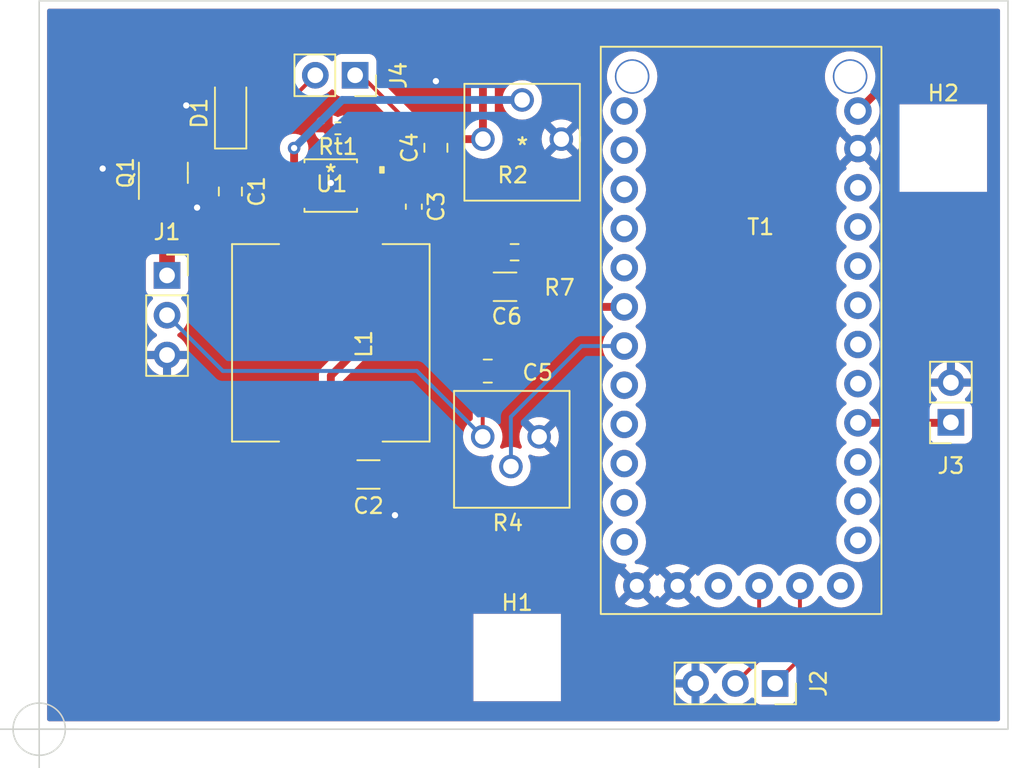
<source format=kicad_pcb>
(kicad_pcb (version 20211014) (generator pcbnew)
  (layers (0 "F.Cu" signal) (31 "B.Cu" power) (34 "B.Paste" user) (35 "F.Paste" user) (36 "B.SilkS" user "B.Silkscreen") (37 "F.SilkS" user "F.Silkscreen") (38 "B.Mask" user) (39 "F.Mask" user) (44 "Edge.Cuts" user))
  (net 0 "")
  (net 1 "PG")
  (net 2 "Vin")
  (net 3 "GND")
  (net 4 "Aref")
  (net 5 "5.5V")
  (net 6 "RT")
  (net 7 "FB")
  (net 8 "Vacc")
  (net 9 "Vsense")
  (net 10 "+12V")
  (net 11 "SW")
  (net 12 "EN")
  (net 13 "Boost")
  (net 14 "UART_TX")
  (net 15 "UART_RX")
  (net 16 "RELAY")
  (footprint "Connector_PinSocket_2.54mm:PinSocket_1x03_P2.54mm_Vertical" (layer "F.Cu") (at 215.335 111.635 -90)
    (fp_text reference "J2" (at 0 -2.77 90) (layer "F.SilkS"))
    (fp_text value "serial")
    (fp_line (start 0 -1.33) (end 1.33 -1.33) (layer "F.SilkS") (width 0.12))
    (fp_line (start -1.33 1.27) (end -1.33 6.41) (layer "F.SilkS") (width 0.12))
    (fp_line (start -1.33 1.27) (end 1.33 1.27) (layer "F.SilkS") (width 0.12))
    (fp_line (start 1.33 -1.33) (end 1.33 0) (layer "F.SilkS") (width 0.12))
    (fp_line (start -1.33 6.41) (end 1.33 6.41) (layer "F.SilkS") (width 0.12))
    (fp_line (start 1.33 1.27) (end 1.33 6.41) (layer "F.SilkS") (width 0.12))
    (pad "1" thru_hole rect (at 0 0 270) (size 1.7 1.7) (drill 1) (layers *.Cu *.Mask) (net 14 "UART_TX"))
    (pad "2" thru_hole oval (at 0 2.54 270) (size 1.7 1.7) (drill 1) (layers *.Cu *.Mask) (net 15 "UART_RX"))
    (pad "3" thru_hole oval (at 0 5.08 270) (size 1.7 1.7) (drill 1) (layers *.Cu *.Mask) (net 3 "GND"))
  )
  (footprint "Diode_SMD:D_SOD-123" (layer "F.Cu") (at 180.61 75.25 90)
    (fp_text reference "D1" (at 0 -2 90) (layer "F.SilkS"))
    (fp_text value "25VBrkDwn" hide)
    (fp_line (start -2.25 1) (end 1.65 1) (layer "F.SilkS") (width 0.12))
    (fp_line (start -2.25 -1) (end 1.65 -1) (layer "F.SilkS") (width 0.12))
    (fp_line (start -2.25 -1) (end -2.25 1) (layer "F.SilkS") (width 0.12))
    (pad "1" smd rect (at -1.65 0 90) (size 0.9 1.2) (layers "F.Cu" "F.Paste" "F.Mask") (net 2 "Vin"))
    (pad "2" smd rect (at 1.65 0 90) (size 0.9 1.2) (layers "F.Cu" "F.Paste" "F.Mask") (net 3 "GND"))
  )
  (footprint "Resistor_SMD:R_0402_1005Metric_Pad0.72x0.64mm_HandSolder" (layer "F.Cu") (at 187.452 76.2125 180)
    (fp_text reference "Rt1" (at 0 -1.17) (layer "F.SilkS"))
    (fp_text value "226k")
    (fp_line (start -0.167621 -0.38) (end 0.167621 -0.38) (layer "F.SilkS") (width 0.12))
    (fp_line (start -0.167621 0.38) (end 0.167621 0.38) (layer "F.SilkS") (width 0.12))
    (pad "1" smd roundrect (at -0.5975 0 180) (size 0.715 0.64) (layers "F.Cu" "F.Paste" "F.Mask") (net 6 "RT"))
    (pad "2" smd roundrect (at 0.5975 0 180) (size 0.715 0.64) (layers "F.Cu" "F.Paste" "F.Mask") (net 3 "GND"))
  )
  (footprint "MountingHole:MountingHole_2.5mm" (layer "F.Cu") (at 198.882 109.982)
    (fp_text reference "H1" (at 0 -3.5) (layer "F.SilkS"))
    (fp_text value "MountingHole")
    (pad "" np_thru_hole circle (at 0 0) (size 2.5 2.5) (drill 2.5) (layers *.Cu *.Mask))
  )
  (footprint "Package_TO_SOT_SMD:SOT-23" (layer "F.Cu") (at 176.32 79.05 90)
    (fp_text reference "Q1" (at 0 -2.4 90) (layer "F.SilkS"))
    (fp_text value "AO3401A")
    (fp_line (start 0 -1.56) (end -1.675 -1.56) (layer "F.SilkS") (width 0.12))
    (fp_line (start 0 1.56) (end 0.65 1.56) (layer "F.SilkS") (width 0.12))
    (fp_line (start 0 1.56) (end -0.65 1.56) (layer "F.SilkS") (width 0.12))
    (fp_line (start 0 -1.56) (end 0.65 -1.56) (layer "F.SilkS") (width 0.12))
    (pad "1" smd roundrect (at -0.9375 -0.95 90) (size 1.475 0.6) (layers "F.Cu" "F.Paste" "F.Mask") (net 3 "GND"))
    (pad "2" smd roundrect (at -0.9375 0.95 90) (size 1.475 0.6) (layers "F.Cu" "F.Paste" "F.Mask") (net 10 "+12V"))
    (pad "3" smd roundrect (at 0.9375 0 90) (size 1.475 0.6) (layers "F.Cu" "F.Paste" "F.Mask") (net 2 "Vin"))
  )
  (footprint "Arduino:TrinketPro5V" (layer "F.Cu") (at 204.215 71.005)
    (fp_text reference "T1" (at 10.2 11.5) (layer "F.SilkS"))
    (fp_text value "TrinketPro_5V")
    (fp_rect (start 0 0) (end 17.9 36.2) (layer "F.SilkS") (width 0.12) (fill none))
    (pad "" np_thru_hole circle (at 2 1.9) (size 2.2 2.2) (drill 2) (layers F&B.Cu *.Mask))
    (pad "" np_thru_hole circle (at 15.9 1.9) (size 2.2 2.2) (drill 2) (layers F&B.Cu *.Mask))
    (pad "0" thru_hole circle (at 16.4 31.5) (size 1.75 1.75) (drill 1) (layers *.Cu *.Mask))
    (pad "1" thru_hole circle (at 16.4 29) (size 1.75 1.75) (drill 1) (layers *.Cu *.Mask) (net 15 "UART_RX"))
    (pad "1" thru_hole circle (at 10.1 34.4) (size 1.75 1.75) (drill 0.9) (layers *.Cu *.Mask) (net 15 "UART_RX"))
    (pad "2" thru_hole circle (at 12.7 34.4) (size 1.75 1.75) (drill 0.9) (layers *.Cu *.Mask) (net 14 "UART_TX"))
    (pad "2" thru_hole circle (at 16.4 26.5) (size 1.75 1.75) (drill 1) (layers *.Cu *.Mask) (net 14 "UART_TX"))
    (pad "3" thru_hole circle (at 16.4 24) (size 1.75 1.75) (drill 1) (layers *.Cu *.Mask) (net 16 "RELAY"))
    (pad "4" thru_hole circle (at 16.4 21.5) (size 1.75 1.75) (drill 1) (layers *.Cu *.Mask))
    (pad "5" thru_hole circle (at 16.4 19) (size 1.75 1.75) (drill 1) (layers *.Cu *.Mask))
    (pad "6" thru_hole circle (at 16.4 16.5) (size 1.75 1.75) (drill 1) (layers *.Cu *.Mask))
    (pad "8" thru_hole circle (at 16.4 14) (size 1.75 1.75) (drill 1) (layers *.Cu *.Mask))
    (pad "9" thru_hole circle (at 16.4 11.5) (size 1.75 1.75) (drill 1) (layers *.Cu *.Mask))
    (pad "10" thru_hole circle (at 7.5 34.4) (size 1.75 1.75) (drill 0.9) (layers *.Cu *.Mask))
    (pad "10" thru_hole circle (at 16.4 9) (size 1.75 1.75) (drill 1) (layers *.Cu *.Mask))
    (pad "11" thru_hole circle (at 2.3 34.4) (size 1.75 1.75) (drill 0.9) (layers *.Cu *.Mask) (net 3 "GND"))
    (pad "11" thru_hole circle (at 4.9 34.4) (size 1.75 1.75) (drill 0.9) (layers *.Cu *.Mask) (net 3 "GND"))
    (pad "11" thru_hole circle (at 16.4 6.5) (size 1.75 1.75) (drill 1) (layers *.Cu *.Mask) (net 3 "GND"))
    (pad "12" thru_hole circle (at 16.4 4.1) (size 1.75 1.75) (drill 1) (layers *.Cu *.Mask) (net 5 "5.5V"))
    (pad "13" thru_hole circle (at 1.5 4.1) (size 1.75 1.75) (drill 1) (layers *.Cu *.Mask))
    (pad "14" thru_hole circle (at 1.5 6.6) (size 1.75 1.75) (drill 1) (layers *.Cu *.Mask))
    (pad "15" thru_hole circle (at 1.5 9.1) (size 1.75 1.75) (drill 1) (layers *.Cu *.Mask))
    (pad "16" thru_hole circle (at 1.5 11.6) (size 1.75 1.75) (drill 1) (layers *.Cu *.Mask))
    (pad "17" thru_hole circle (at 1.5 14.1) (size 1.75 1.75) (drill 1) (layers *.Cu *.Mask))
    (pad "18" thru_hole circle (at 1.5 16.6) (size 1.75 1.75) (drill 1) (layers *.Cu *.Mask) (net 4 "Aref"))
    (pad "19" thru_hole circle (at 1.5 19.1) (size 1.75 1.75) (drill 1) (layers *.Cu *.Mask) (net 9 "Vsense"))
    (pad "20" thru_hole circle (at 1.5 21.6) (size 1.75 1.75) (drill 1) (layers *.Cu *.Mask))
    (pad "21" thru_hole circle (at 1.5 24.1) (size 1.75 1.75) (drill 1) (layers *.Cu *.Mask))
    (pad "22" thru_hole circle (at 1.5 26.6) (size 1.75 1.75) (drill 1) (layers *.Cu *.Mask))
    (pad "23" thru_hole circle (at 1.5 29.1) (size 1.75 1.75) (drill 1) (layers *.Cu *.Mask))
    (pad "24" thru_hole circle (at 1.5 31.6) (size 1.75 1.75) (drill 1) (layers *.Cu *.Mask))
    (pad "25" thru_hole circle (at 15.3 34.4) (size 1.75 1.75) (drill 0.9) (layers *.Cu *.Mask))
  )
  (footprint "Custom:C_0.64x0.4_Handsolder" (layer "F.Cu") (at 198.27 89.28 180)
    (fp_text reference "C6" (at 0.05 1.06 unlocked) (layer "F.SilkS"))
    (fp_text value "100n" hide)
    (pad "1" smd roundrect (at -1.3 0 180) (size 2.043 0.531) (layers "F.Cu" "F.Paste" "F.Mask") (net 4 "Aref"))
    (pad "2" smd roundrect (at 1.4 0 180) (size 2.243 0.5) (layers "F.Cu" "F.Paste" "F.Mask") (net 3 "GND"))
  )
  (footprint "Connector_PinSocket_2.54mm:PinSocket_1x02_P2.54mm_Vertical" (layer "F.Cu") (at 188.55 72.825 -90)
    (fp_text reference "J4" (at 0 -2.77 90) (layer "F.SilkS"))
    (fp_text value "FET_CTRL")
    (fp_line (start -1.33 3.87) (end 1.33 3.87) (layer "F.SilkS") (width 0.12))
    (fp_line (start 0 -1.33) (end 1.33 -1.33) (layer "F.SilkS") (width 0.12))
    (fp_line (start -1.33 1.27) (end 1.33 1.27) (layer "F.SilkS") (width 0.12))
    (fp_line (start 1.33 -1.33) (end 1.33 0) (layer "F.SilkS") (width 0.12))
    (fp_line (start -1.33 1.27) (end -1.33 3.87) (layer "F.SilkS") (width 0.12))
    (fp_line (start 1.33 1.27) (end 1.33 3.87) (layer "F.SilkS") (width 0.12))
    (pad "1" thru_hole rect (at 0 0 270) (size 1.7 1.7) (drill 1) (layers *.Cu *.Mask) (net 1 "PG"))
    (pad "2" thru_hole oval (at 0 2.54 270) (size 1.7 1.7) (drill 1) (layers *.Cu *.Mask) (net 12 "EN"))
  )
  (footprint "Resistor_SMD:R_1206_3216Metric_Pad1.30x1.75mm_HandSolder" (layer "F.Cu") (at 198.11 86.322)
    (fp_text reference "R7" (at 3.47 0.048) (layer "F.SilkS"))
    (fp_text value "100K" hide)
    (fp_line (start -0.727064 -0.91) (end 0.727064 -0.91) (layer "F.SilkS") (width 0.12))
    (fp_line (start -0.727064 0.91) (end 0.727064 0.91) (layer "F.SilkS") (width 0.12))
    (pad "1" smd roundrect (at -1.55 0) (size 1.3 1.75) (layers "F.Cu" "F.Paste" "F.Mask") (roundrect_rratio 0.1923076923) (net 3 "GND"))
    (pad "2" smd roundrect (at 1.55 0) (size 1.3 1.75) (layers "F.Cu" "F.Paste" "F.Mask") (roundrect_rratio 0.1923076923) (net 4 "Aref"))
  )
  (footprint "Capacitor_SMD:C_0603_1608Metric_Pad1.08x0.95mm_HandSolder" (layer "F.Cu") (at 192.294 81.2125 -90)
    (fp_text reference "C3" (at 0 -1.43 90) (layer "F.SilkS"))
    (fp_text value ".22u")
    (fp_line (start -0.146267 0.51) (end 0.146267 0.51) (layer "F.SilkS") (width 0.12))
    (fp_line (start -0.146267 -0.51) (end 0.146267 -0.51) (layer "F.SilkS") (width 0.12))
    (pad "1" smd roundrect (at -0.8625 0 270) (size 1.075 0.95) (layers "F.Cu" "F.Paste" "F.Mask") (net 13 "Boost"))
    (pad "2" smd roundrect (at 0.8625 0 270) (size 1.075 0.95) (layers "F.Cu" "F.Paste" "F.Mask") (net 11 "SW"))
  )
  (footprint "Capacitor_SMD:C_0805_2012Metric_Pad1.18x1.45mm_HandSolder" (layer "F.Cu") (at 193.7 77.4525 90)
    (fp_text reference "C4" (at 0 -1.68 90) (layer "F.SilkS"))
    (fp_text value "22p" hide)
    (fp_line (start -0.261252 0.735) (end 0.261252 0.735) (layer "F.SilkS") (width 0.12))
    (fp_line (start -0.261252 -0.735) (end 0.261252 -0.735) (layer "F.SilkS") (width 0.12))
    (pad "1" smd roundrect (at -1.0375 0 90) (size 1.175 1.45) (layers "F.Cu" "F.Paste" "F.Mask") (roundrect_rratio 0.2127659574) (net 5 "5.5V"))
    (pad "2" smd roundrect (at 1.0375 0 90) (size 1.175 1.45) (layers "F.Cu" "F.Paste" "F.Mask") (roundrect_rratio 0.2127659574) (net 3 "GND"))
  )
  (footprint "Connector_PinSocket_2.54mm:PinSocket_1x02_P2.54mm_Vertical" (layer "F.Cu") (at 226.543 94.976 180)
    (fp_text reference "J3" (at 0 -2.77) (layer "F.SilkS"))
    (fp_text value "FET_CTRL")
    (fp_line (start -1.33 1.27) (end 1.33 1.27) (layer "F.SilkS") (width 0.12))
    (fp_line (start 1.33 -1.33) (end 1.33 0) (layer "F.SilkS") (width 0.12))
    (fp_line (start 0 -1.33) (end 1.33 -1.33) (layer "F.SilkS") (width 0.12))
    (fp_line (start -1.33 1.27) (end -1.33 3.87) (layer "F.SilkS") (width 0.12))
    (fp_line (start -1.33 3.87) (end 1.33 3.87) (layer "F.SilkS") (width 0.12))
    (fp_line (start 1.33 1.27) (end 1.33 3.87) (layer "F.SilkS") (width 0.12))
    (pad "1" thru_hole rect (at 0 0 180) (size 1.7 1.7) (drill 1) (layers *.Cu *.Mask) (net 16 "RELAY"))
    (pad "2" thru_hole oval (at 0 2.54 180) (size 1.7 1.7) (drill 1) (layers *.Cu *.Mask) (net 3 "GND"))
  )
  (footprint "Imported:LT3970HMS-TRPBF" (layer "F.Cu") (at 186.994 79.8625)
    (fp_text reference "U1" (at 0.06 -0.1) (layer "F.SilkS"))
    (fp_text value "LT3970HMS-TRPBF" hide)
    (fp_text user "*" (at 0 -0.8) (layer "F.SilkS"))
    (fp_line (start 1.6764 -1.4732) (end 1.6764 -1.6764) (layer "F.SilkS") (width 0.12))
    (fp_line (start -1.6764 1.4732) (end -1.6764 1.6764) (layer "F.SilkS") (width 0.12))
    (fp_line (start 1.6764 1.6764) (end 1.6764 1.4732) (layer "F.SilkS") (width 0.12))
    (fp_line (start -1.6764 -1.6764) (end -1.6764 -1.4732) (layer "F.SilkS") (width 0.12))
    (fp_line (start -1.6764 1.6764) (end 1.6764 1.6764) (layer "F.SilkS") (width 0.12))
    (fp_line (start 1.6764 -1.6764) (end -1.6764 -1.6764) (layer "F.SilkS") (width 0.12))
    (fp_poly (pts (xy 3.3909 -1.19126) (xy 3.3909 -0.81026) (xy 3.1369 -0.81026) (xy 3.1369 -1.19126)) (layer "F.SilkS") (width 0.1) (fill solid))
    (pad "1" smd rect (at -2.21615 -1.00076) (size 1.3335 0.2794) (layers "F.Cu" "F.Paste" "F.Mask") (net 7 "FB"))
    (pad "2" smd rect (at -2.21615 -0.50038) (size 1.3335 0.2794) (layers "F.Cu" "F.Paste" "F.Mask") (net 12 "EN"))
    (pad "3" smd rect (at -2.21615 0) (size 1.3335 0.2794) (layers "F.Cu" "F.Paste" "F.Mask") (net 2 "Vin"))
    (pad "4" smd rect (at -2.21615 0.50038) (size 1.3335 0.2794) (layers "F.Cu" "F.Paste" "F.Mask") (net 3 "GND"))
    (pad "5" smd rect (at -2.21615 1.00076) (size 1.3335 0.2794) (layers "F.Cu" "F.Paste" "F.Mask") (net 3 "GND"))
    (pad "6" smd rect (at 2.21615 1.00076) (size 1.3335 0.2794) (layers "F.Cu" "F.Paste" "F.Mask") (net 11 "SW"))
    (pad "7" smd rect (at 2.21615 0.50038) (size 1.3335 0.2794) (layers "F.Cu" "F.Paste" "F.Mask") (net 13 "Boost"))
    (pad "8" smd rect (at 2.21615 0) (size 1.3335 0.2794) (layers "F.Cu" "F.Paste" "F.Mask") (net 5 "5.5V"))
    (pad "9" smd rect (at 2.21615 -0.50038) (size 1.3335 0.2794) (layers "F.Cu" "F.Paste" "F.Mask") (net 1 "PG"))
    (pad "10" smd rect (at 2.21615 -1.00076) (size 1.3335 0.2794) (layers "F.Cu" "F.Paste" "F.Mask") (net 6 "RT"))
  )
  (footprint "Connector_PinSocket_2.54mm:PinSocket_1x03_P2.54mm_Vertical" (layer "F.Cu") (at 176.555 85.598)
    (fp_text reference "J1" (at 0 -2.77) (layer "F.SilkS"))
    (fp_text value "PWR_IN")
    (fp_line (start -1.33 1.27) (end -1.33 6.41) (layer "F.SilkS") (width 0.12))
    (fp_line (start -1.33 6.41) (end 1.33 6.41) (layer "F.SilkS") (width 0.12))
    (fp_line (start 0 -1.33) (end 1.33 -1.33) (layer "F.SilkS") (width 0.12))
    (fp_line (start 1.33 1.27) (end 1.33 6.41) (layer "F.SilkS") (width 0.12))
    (fp_line (start -1.33 1.27) (end 1.33 1.27) (layer "F.SilkS") (width 0.12))
    (fp_line (start 1.33 -1.33) (end 1.33 0) (layer "F.SilkS") (width 0.12))
    (pad "1" thru_hole rect (at 0 0) (size 1.7 1.7) (drill 1) (layers *.Cu *.Mask) (net 10 "+12V"))
    (pad "2" thru_hole oval (at 0 2.54) (size 1.7 1.7) (drill 1) (layers *.Cu *.Mask) (net 8 "Vacc"))
    (pad "3" thru_hole oval (at 0 5.08) (size 1.7 1.7) (drill 1) (layers *.Cu *.Mask) (net 3 "GND"))
  )
  (footprint "Potentiometer_Imported:CT-6EW" (layer "F.Cu") (at 198.4855 96.4955 180)
    (fp_text reference "R4" (at 0.2 -4.9) (layer "F.SilkS"))
    (fp_text value "CT6EW203_10K_4.545K" hide)
    (fp_line (start 3.627 -3.927) (end 3.627 3.52536) (layer "F.SilkS") (width 0.12))
    (fp_line (start 3.627 3.52536) (end -3.739 3.52536) (layer "F.SilkS") (width 0.12))
    (fp_line (start 3.627 -3.927) (end -3.739 -3.927) (layer "F.SilkS") (width 0.12))
    (fp_line (start -3.739 -3.927) (end -3.739 3.52536) (layer "F.SilkS") (width 0.12))
    (pad "1" thru_hole circle (at 1.8 0.6 180) (size 1.4986 1.4986) (drill 0.9906) (layers *.Cu *.Mask) (net 8 "Vacc"))
    (pad "2" thru_hole circle (at 0 -1.3 180) (size 1.4986 1.4986) (drill 0.9906) (layers *.Cu *.Mask) (net 9 "Vsense"))
    (pad "3" thru_hole circle (at -1.8 0.6 180) (size 1.4986 1.4986) (drill 0.9906) (layers *.Cu *.Mask) (net 3 "GND"))
  )
  (footprint "Capacitor_SMD:C_0805_2012Metric_Pad1.18x1.45mm_HandSolder" (layer "F.Cu") (at 180.594 80.2425 -90)
    (fp_text reference "C1" (at 0 -1.68 90) (layer "F.SilkS"))
    (fp_text value "2.2u")
    (fp_line (start -0.261252 -0.735) (end 0.261252 -0.735) (layer "F.SilkS") (width 0.12))
    (fp_line (start -0.261252 0.735) (end 0.261252 0.735) (layer "F.SilkS") (width 0.12))
    (pad "1" smd roundrect (at -1.0375 0 270) (size 1.175 1.45) (layers "F.Cu" "F.Paste" "F.Mask") (roundrect_rratio 0.2127659574) (net 2 "Vin"))
    (pad "2" smd roundrect (at 1.0375 0 270) (size 1.175 1.45) (layers "F.Cu" "F.Paste" "F.Mask") (roundrect_rratio 0.2127659574) (net 3 "GND"))
  )
  (footprint "Potentiometer_Imported:GF063P1" (layer "F.Cu") (at 196.7 76.9 180)
    (fp_text reference "R2" (at -1.9 -2.3) (layer "F.SilkS"))
    (fp_text value "CT6ER105_1M_282k" hide)
    (fp_text user "*" (at -2.513 -0.427) (layer "F.SilkS"))
    (fp_line (start 1.183 3.52718) (end -6.183 3.52718) (layer "F.SilkS") (width 0.12))
    (fp_line (start 1.183 -3.92518) (end 1.183 3.52718) (layer "F.SilkS") (width 0.12))
    (fp_line (start 1.183 -3.92518) (end -6.183 -3.92518) (layer "F.SilkS") (width 0.12))
    (fp_line (start -6.183 -3.92518) (end -6.183 3.52718) (layer "F.SilkS") (width 0.12))
    (pad "1" thru_hole circle (at 0 0 180) (size 1.4986 1.4986) (drill 0.9906) (layers *.Cu *.Mask) (net 5 "5.5V"))
    (pad "2" thru_hole circle (at -2.5 2.5 180) (size 1.4986 1.4986) (drill 0.9906) (layers *.Cu *.Mask) (net 7 "FB"))
    (pad "3" thru_hole circle (at -5 0 180) (size 1.4986 1.4986) (drill 0.9906) (layers *.Cu *.Mask) (net 3 "GND"))
  )
  (footprint "MountingHole:MountingHole_2.5mm" (layer "F.Cu") (at 226.06 77.47)
    (fp_text reference "H2" (at 0 -3.5) (layer "F.SilkS"))
    (fp_text value "MountingHole")
    (pad "" np_thru_hole circle (at 0 0) (size 2.5 2.5) (drill 2.5) (layers *.Cu *.Mask))
  )
  (footprint "Capacitor_SMD:C_1206_3216Metric_Pad1.33x1.80mm_HandSolder" (layer "F.Cu") (at 189.4 98.3)
    (fp_text reference "C2" (at 0 2) (layer "F.SilkS"))
    (fp_text value "47u" hide)
    (fp_line (start -0.711252 -0.91) (end 0.711252 -0.91) (layer "F.SilkS") (width 0.12))
    (fp_line (start -0.711252 0.91) (end 0.711252 0.91) (layer "F.SilkS") (width 0.12))
    (pad "1" smd roundrect (at -1.5625 0) (size 1.325 1.8) (layers "F.Cu" "F.Paste" "F.Mask") (roundrect_rratio 0.1886792453) (net 5 "5.5V"))
    (pad "2" smd roundrect (at 1.5625 0) (size 1.325 1.8) (layers "F.Cu" "F.Paste" "F.Mask") (roundrect_rratio 0.1886792453) (net 3 "GND"))
  )
  (footprint "Inductor_SMD:L_12x12mm_H8mm" (layer "F.Cu") (at 187 89.9 -90)
    (fp_text reference "L1" (at 0.068 -2.114 90) (layer "F.SilkS"))
    (fp_text value "22u_CDRH127/LDNP-220MC" hide)
    (fp_line (start -6.3 -6.3) (end 6.3 -6.3) (layer "F.SilkS") (width 0.12))
    (fp_line (start 6.3 3.3) (end 6.3 6.3) (layer "F.SilkS") (width 0.12))
    (fp_line (start -6.3 -3.3) (end -6.3 -6.3) (layer "F.SilkS") (width 0.12))
    (fp_line (start -6.3 6.3) (end -6.3 3.3) (layer "F.SilkS") (width 0.12))
    (fp_line (start 6.3 6.3) (end -6.3 6.3) (layer "F.SilkS") (width 0.12))
    (fp_line (start 6.3 -6.3) (end 6.3 -3.3) (layer "F.SilkS") (width 0.12))
    (pad "1" smd rect (at -4.95 0 270) (size 2.9 5.4) (layers "F.Cu" "F.Paste" "F.Mask") (net 11 "SW"))
    (pad "2" smd rect (at 4.95 0 270) (size 2.9 5.4) (layers "F.Cu" "F.Paste" "F.Mask") (net 5 "5.5V"))
  )
  (footprint "Capacitor_SMD:C_0805_2012Metric_Pad1.18x1.45mm_HandSolder" (layer "F.Cu") (at 197.01 91.7)
    (fp_text reference "C5" (at 3.18 0.1) (layer "F.SilkS"))
    (fp_text value "47n" hide)
    (fp_line (start -0.261252 -0.735) (end 0.261252 -0.735) (layer "F.SilkS") (width 0.12))
    (fp_line (start -0.261252 0.735) (end 0.261252 0.735) (layer "F.SilkS") (width 0.12))
    (pad "1" smd roundrect (at -1.0375 0) (size 1.175 1.45) (layers "F.Cu" "F.Paste" "F.Mask") (roundrect_rratio 0.2127659574) (net 8 "Vacc"))
    (pad "2" smd roundrect (at 1.0375 0) (size 1.175 1.45) (layers "F.Cu" "F.Paste" "F.Mask") (roundrect_rratio 0.2127659574) (net 3 "GND"))
  )
  (footprint "Resistor_SMD:R_0603_1608Metric_Pad0.98x0.95mm_HandSolder" (layer "F.Cu") (at 198.72 84.12 180)
    (fp_text reference "R6" hide)
    (fp_text value "10K" hide)
    (fp_line (start -0.254724 -0.5225) (end 0.254724 -0.5225) (layer "F.SilkS") (width 0.12))
    (fp_line (start -0.254724 0.5225) (end 0.254724 0.5225) (layer "F.SilkS") (width 0.12))
    (pad "1" smd roundrect (at -0.9125 0 180) (size 0.975 0.95) (layers "F.Cu" "F.Paste" "F.Mask") (net 4 "Aref"))
    (pad "2" smd roundrect (at 0.9125 0 180) (size 0.975 0.95) (layers "F.Cu" "F.Paste" "F.Mask") (net 5 "5.5V"))
  )
  (gr_rect (start 168.402 68.072) (end 230.184 114.554) (layer "Edge.Cuts") (width 0.1) (fill none))
  (target plus (at 168.402 114.554) (size 5) (width 0.1) (layer "Edge.Cuts"))
  (segment (start 192 77.527362) (end 192 75.9) (width 0.25) (layer "F.Cu") (net 1))
  (segment (start 189.21015 79.36212) (end 190.165242 79.36212) (width 0.25) (layer "F.Cu") (net 1))
  (segment (start 188.925 72.825) (end 188.55 72.825) (width 0.25) (layer "F.Cu") (net 1))
  (segment (start 190.165242 79.36212) (end 192 77.527362) (width 0.25) (layer "F.Cu") (net 1))
  (segment (start 192 75.9) (end 188.925 72.825) (width 0.25) (layer "F.Cu") (net 1))
  (segment (start 183.4945 79.8625) (end 184.77785 79.8625) (width 0.25) (layer "F.Cu") (net 2))
  (segment (start 180.61 77.86) (end 180.61 79.189) (width 1) (layer "F.Cu") (net 2))
  (segment (start 182.837 79.205) (end 183.4945 79.8625) (width 0.25) (layer "F.Cu") (net 2))
  (segment (start 180.61 76.9) (end 180.61 77.86) (width 1) (layer "F.Cu") (net 2))
  (segment (start 180.61 77.86) (end 176.5725 77.86) (width 1) (layer "F.Cu") (net 2))
  (segment (start 180.594 79.205) (end 182.837 79.205) (width 0.25) (layer "F.Cu") (net 2))
  (segment (start 180.61 79.189) (end 180.594 79.205) (width 0.25) (layer "F.Cu") (net 2))
  (segment (start 176.5725 77.86) (end 176.32 78.1125) (width 1) (layer "F.Cu") (net 2))
  (segment (start 177.78 74.75) (end 178.93 73.6) (width 0.25) (layer "F.Cu") (net 3))
  (segment (start 175.37 79.9875) (end 173.6575 79.9875) (width 1) (layer "F.Cu") (net 3))
  (segment (start 173.6575 79.9875) (end 172.45 78.78) (width 1) (layer "F.Cu") (net 3))
  (segment (start 172.4525 78.7775) (end 172.45 78.78) (width 0.25) (layer "F.Cu") (net 3))
  (segment (start 186.33712 80.36288) (end 187 79.7) (width 0.25) (layer "F.Cu") (net 3))
  (segment (start 193.7 76.426742) (end 193.7 73.173258) (width 0.25) (layer "F.Cu") (net 3))
  (segment (start 181.01074 80.86326) (end 184.77785 80.86326) (width 0.25) (layer "F.Cu") (net 3))
  (segment (start 196.87 89.28) (end 196.87 86.632) (width 0.25) (layer "F.Cu") (net 3))
  (segment (start 178.93 73.6) (end 180.61 73.6) (width 0.25) (layer "F.Cu") (net 3))
  (segment (start 184.77785 80.36288) (end 184.77785 80.86326) (width 0.25) (layer "F.Cu") (net 3))
  (segment (start 196.87 86.632) (end 196.56 86.322) (width 0.25) (layer "F.Cu") (net 3))
  (segment (start 180.594 81.28) (end 181.01074 80.86326) (width 0.25) (layer "F.Cu") (net 3))
  (segment (start 184.77785 80.36288) (end 186.33712 80.36288) (width 0.25) (layer "F.Cu") (net 3))
  (via (at 177.78 74.75) (size 0.8) (drill 0.4) (layers "F.Cu" "B.Cu") (net 3))
  (via (at 191.09 100.9) (size 0.8) (drill 0.4) (layers "F.Cu" "B.Cu") (net 3))
  (via (at 193.7 73.2) (size 0.8) (drill 0.4) (layers "F.Cu" "B.Cu") (net 3))
  (via (at 178.47 81.27) (size 0.8) (drill 0.4) (layers "F.Cu" "B.Cu") (net 3))
  (via (at 172.45 78.78) (size 0.8) (drill 0.4) (layers "F.Cu" "B.Cu") (net 3))
  (via (at 187 79.7) (size 0.8) (drill 0.4) (layers "F.Cu" "B.Cu") (net 3))
  (segment (start 199.6325 86.2945) (end 199.66 86.322) (width 0.25) (layer "F.Cu") (net 4))
  (segment (start 201.245 87.605) (end 201.245 86.505) (width 0.5) (layer "F.Cu") (net 4))
  (segment (start 201.245 87.605) (end 205.715 87.605) (width 0.5) (layer "F.Cu") (net 4))
  (segment (start 201.245 85.7325) (end 199.6325 84.12) (width 0.5) (layer "F.Cu") (net 4))
  (segment (start 201.245 86.505) (end 199.843 86.505) (width 0.5) (layer "F.Cu") (net 4))
  (segment (start 199.66 86.322) (end 199.66 89.19) (width 0.5) (layer "F.Cu") (net 4))
  (segment (start 199.6325 84.12) (end 199.6325 86.2945) (width 0.5) (layer "F.Cu") (net 4))
  (segment (start 199.843 86.505) (end 199.66 86.322) (width 0.5) (layer "F.Cu") (net 4))
  (segment (start 199.66 89.19) (end 199.57 89.28) (width 0.25) (layer "F.Cu") (net 4))
  (segment (start 201.245 86.505) (end 201.245 85.7325) (width 0.5) (layer "F.Cu") (net 4))
  (segment (start 199.57 89.28) (end 201.245 87.605) (width 0.5) (layer "F.Cu") (net 4))
  (segment (start 220.615 75.105) (end 223.012 72.708) (width 0.5) (layer "F.Cu") (net 5))
  (segment (start 192.274 78.49) (end 193.7 78.49) (width 0.25) (layer "F.Cu") (net 5))
  (segment (start 187 93.65) (end 187 97.4625) (width 0.5) (layer "F.Cu") (net 5))
  (segment (start 187 97.4625) (end 187.8375 98.3) (width 0.5) (layer "F.Cu") (net 5))
  (segment (start 197.8075 84.12) (end 197.8075 82.5975) (width 0.5) (layer "F.Cu") (net 5))
  (segment (start 195.29 76.9) (end 196.7 76.9) (width 0.5) (layer "F.Cu") (net 5))
  (segment (start 194.6 79.39) (end 197.23 82.02) (width 0.5) (layer "F.Cu") (net 5))
  (segment (start 187 92) (end 194.6 84.4) (width 0.5) (layer "F.Cu") (net 5))
  (segment (start 223.012 72.708) (end 223.012 70.104) (width 0.5) (layer "F.Cu") (net 5))
  (segment (start 187 93.65) (end 187 92) (width 0.5) (layer "F.Cu") (net 5))
  (segment (start 194.6 84.4) (end 194.6 79.39) (width 0.5) (layer "F.Cu") (net 5))
  (segment (start 196.7 71.6) (end 196.7 76.9) (width 0.5) (layer "F.Cu") (net 5))
  (segment (start 223.012 70.104) (end 198.196 70.104) (width 0.5) (layer "F.Cu") (net 5))
  (segment (start 194.6 79.39) (end 193.7 78.49) (width 0.5) (layer "F.Cu") (net 5))
  (segment (start 198.196 70.104) (end 196.7 71.6) (width 0.5) (layer "F.Cu") (net 5))
  (segment (start 190.9015 79.8625) (end 192.274 78.49) (width 0.25) (layer "F.Cu") (net 5))
  (segment (start 193.7 78.49) (end 195.29 76.9) (width 0.5) (layer "F.Cu") (net 5))
  (segment (start 189.21015 79.8625) (end 190.9015 79.8625) (width 0.25) (layer "F.Cu") (net 5))
  (segment (start 197.8075 82.5975) (end 197.23 82.02) (width 0.5) (layer "F.Cu") (net 5))
  (segment (start 188.0495 76.2125) (end 189.21015 77.37315) (width 0.25) (layer "F.Cu") (net 6))
  (segment (start 189.2 77.355705) (end 189.2 78.844295) (width 0.25) (layer "F.Cu") (net 6))
  (segment (start 184.658 78.74189) (end 184.77785 78.86174) (width 0.25) (layer "F.Cu") (net 7))
  (segment (start 184.658 77.47) (end 184.658 78.74189) (width 0.5) (layer "F.Cu") (net 7))
  (via (at 184.658 77.47) (size 0.8) (drill 0.4) (layers "F.Cu" "B.Cu") (net 7))
  (segment (start 184.658 77.47) (end 187.728 74.4) (width 0.5) (layer "B.Cu") (net 7))
  (segment (start 187.728 74.4) (end 199.2 74.4) (width 0.5) (layer "B.Cu") (net 7))
  (segment (start 195.9725 91.7) (end 196.6855 92.413) (width 0.25) (layer "F.Cu") (net 8))
  (segment (start 196.6855 92.413) (end 196.6855 95.8955) (width 0.25) (layer "F.Cu") (net 8))
  (segment (start 176.555 88.138) (end 180.111 91.694) (width 0.25) (layer "B.Cu") (net 8))
  (segment (start 192.484 91.694) (end 196.6855 95.8955) (width 0.25) (layer "B.Cu") (net 8))
  (segment (start 180.111 91.694) (end 192.484 91.694) (width 0.25) (layer "B.Cu") (net 8))
  (segment (start 198.4855 97.7955) (end 198.4855 96.176901) (width 0.25) (layer "B.Cu") (net 9))
  (segment (start 202.995 90.105) (end 205.715 90.105) (width 0.25) (layer "B.Cu") (net 9))
  (segment (start 198.48 96.171401) (end 198.48 94.62) (width 0.25) (layer "B.Cu") (net 9))
  (segment (start 198.48 94.62) (end 202.995 90.105) (width 0.25) (layer "B.Cu") (net 9))
  (segment (start 198.4855 96.176901) (end 198.48 96.171401) (width 0.25) (layer "B.Cu") (net 9))
  (segment (start 177.27 79.9875) (end 176.555 80.7025) (width 1) (layer "F.Cu") (net 10))
  (segment (start 176.555 80.7025) (end 176.555 85.598) (width 1) (layer "F.Cu") (net 10))
  (segment (start 191.08226 80.86326) (end 189.21015 80.86326) (width 0.25) (layer "F.Cu") (net 11))
  (segment (start 189.875 82.075) (end 187 84.95) (width 0.5) (layer "F.Cu") (net 11))
  (segment (start 192.294 82.075) (end 189.875 82.075) (width 0.5) (layer "F.Cu") (net 11))
  (segment (start 192.294 82.075) (end 191.08226 80.86326) (width 0.25) (layer "F.Cu") (net 11))
  (segment (start 182.5 76.335) (end 186.01 72.825) (width 0.25) (layer "F.Cu") (net 12))
  (segment (start 184.77785 79.36212) (end 183.822758 79.36212) (width 0.25) (layer "F.Cu") (net 12))
  (segment (start 182.5 78.039362) (end 182.5 76.335) (width 0.25) (layer "F.Cu") (net 12))
  (segment (start 183.822758 79.36212) (end 182.5 78.039362) (width 0.25) (layer "F.Cu") (net 12))
  (segment (start 192.28112 80.36288) (end 189.21015 80.36288) (width 0.25) (layer "F.Cu") (net 13))
  (segment (start 192.294 80.35) (end 192.28112 80.36288) (width 0.25) (layer "F.Cu") (net 13))
  (segment (start 216.915 110.055) (end 215.335 111.635) (width 0.25) (layer "F.Cu") (net 14))
  (segment (start 216.915 105.405) (end 216.915 110.055) (width 0.25) (layer "F.Cu") (net 14))
  (segment (start 214.315 110.115) (end 212.795 111.635) (width 0.25) (layer "F.Cu") (net 15))
  (segment (start 214.315 105.405) (end 214.315 110.115) (width 0.25) (layer "F.Cu") (net 15))
  (segment (start 220.615 95.005) (end 226.514 95.005) (width 0.5) (layer "F.Cu") (net 16))
  (segment (start 226.514 95.005) (end 226.543 94.976) (width 0.25) (layer "F.Cu") (net 16))
  (zone (net 11) (net_name "SW") (layer "F.Cu") (name "SW") (priority 2) (connect_pads (clearance 0.2)) (min_thickness 0.254) (fill yes (thermal_gap 0.508) (thermal_bridge_width 0.508))
    (polygon (pts (xy 191.1 86.7) (xy 185.3 86.7) (xy 185.3 81.7) (xy 191.1 81.7)))
  )
  (zone (net 3) (net_name "GND") (layer "F.Cu") (name "GND") (connect_pads (clearance 0.508)) (min_thickness 0.254) (fill yes (thermal_gap 0.508) (thermal_bridge_width 0.508))
    (polygon (pts (xy 229.87 114.3) (xy 168.656 114.3) (xy 168.656 68.326) (xy 229.87 68.326)))
  )
  (zone (net 0) (net_name "") (layers F&B.Cu) (name "GND") (connect_pads (clearance 0)) (min_thickness 0.254)
    (keepout (tracks not_allowed) (vias allowed) (pads allowed) (copperpour not_allowed) (footprints allowed))
    (fill (thermal_gap 0.508) (thermal_bridge_width 0.508))
    (polygon (pts (xy 228.854 80.264) (xy 223.266 80.264) (xy 223.266 74.676) (xy 228.854 74.676)))
  )
  (zone (net 0) (net_name "") (layers F&B.Cu) (name "GND") (connect_pads (clearance 0)) (min_thickness 0.254)
    (keepout (tracks not_allowed) (vias allowed) (pads allowed) (copperpour not_allowed) (footprints allowed))
    (fill (thermal_gap 0.508) (thermal_bridge_width 0.508))
    (polygon (pts (xy 201.676 112.776) (xy 196.088 112.776) (xy 196.088 107.188) (xy 201.676 107.188)))
  )
  (zone (net 11) (net_name "SW") (layer "F.Cu") (name "SW") (priority 2) (connect_pads (clearance 0)) (min_thickness 0.254) (fill yes (thermal_gap 0.508) (thermal_bridge_width 0.508))
    (polygon (pts (xy 191.9 81.2125) (xy 193.2 81.2) (xy 193.2 83.2) (xy 188.5 83.1) (xy 188.5 80.8) (xy 191.3 80.8)))
  )
  (zone (net 3) (net_name "GND") (layer "B.Cu") (name "GND") (connect_pads (clearance 0.508)) (min_thickness 0.254) (fill yes (thermal_gap 0.508) (thermal_bridge_width 0.508))
    (polygon (pts (xy 229.87 114.3) (xy 168.656 114.3) (xy 168.656 68.326) (xy 229.87 68.326)))
  )
)
</source>
